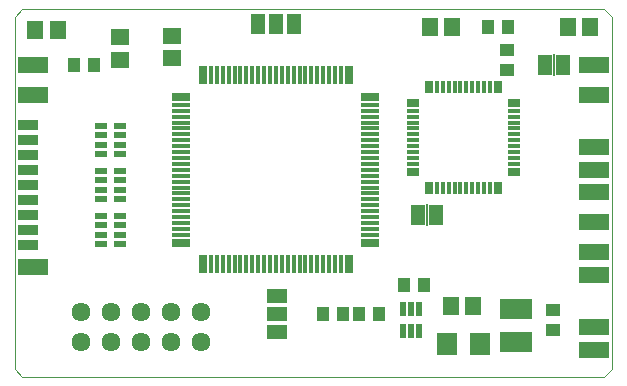
<source format=gts>
G75*
%MOIN*%
%OFA0B0*%
%FSLAX25Y25*%
%IPPOS*%
%LPD*%
%AMOC8*
5,1,8,0,0,1.08239X$1,22.5*
%
%ADD10C,0.00000*%
%ADD11R,0.10400X0.05400*%
%ADD12R,0.05518X0.06306*%
%ADD13R,0.06699X0.07487*%
%ADD14R,0.11030X0.06699*%
%ADD15R,0.06306X0.05518*%
%ADD16R,0.06699X0.03550*%
%ADD17R,0.04337X0.04731*%
%ADD18R,0.05000X0.06700*%
%ADD19R,0.00600X0.07200*%
%ADD20R,0.04731X0.04337*%
%ADD21R,0.03937X0.02362*%
%ADD22R,0.06306X0.02920*%
%ADD23R,0.06306X0.01660*%
%ADD24R,0.02920X0.06306*%
%ADD25R,0.01660X0.06306*%
%ADD26R,0.04337X0.02762*%
%ADD27R,0.04337X0.01581*%
%ADD28R,0.02762X0.04337*%
%ADD29R,0.01581X0.04337*%
%ADD30R,0.01975X0.04534*%
%ADD31C,0.06337*%
%ADD32R,0.06700X0.05000*%
D10*
X0001500Y0004550D02*
X0004000Y0002050D01*
X0198000Y0002050D01*
X0200500Y0004550D01*
X0200500Y0122050D01*
X0198000Y0124550D01*
X0004000Y0124550D01*
X0001500Y0122050D01*
X0001500Y0004550D01*
D11*
X0007600Y0038750D03*
X0007500Y0096050D03*
X0007500Y0106050D03*
X0194500Y0106050D03*
X0194500Y0096050D03*
X0194500Y0078550D03*
X0194500Y0071050D03*
X0194500Y0063550D03*
X0194500Y0053550D03*
X0194500Y0043550D03*
X0194500Y0036050D03*
X0194500Y0018550D03*
X0194500Y0011050D03*
D12*
X0154240Y0025550D03*
X0146760Y0025550D03*
X0015740Y0117550D03*
X0008260Y0117550D03*
X0139760Y0118550D03*
X0147240Y0118550D03*
X0185760Y0118550D03*
X0193240Y0118550D03*
D13*
X0156512Y0013050D03*
X0145488Y0013050D03*
D14*
X0168500Y0013538D03*
X0168500Y0024562D03*
D15*
X0054000Y0108310D03*
X0054000Y0115790D03*
X0036500Y0115290D03*
X0036500Y0107810D03*
D16*
X0006000Y0086050D03*
X0006000Y0081050D03*
X0006000Y0076050D03*
X0006000Y0071050D03*
X0006000Y0066050D03*
X0006000Y0061050D03*
X0006000Y0056050D03*
X0006000Y0051050D03*
X0006000Y0046050D03*
D17*
X0021154Y0106050D03*
X0027846Y0106050D03*
X0131154Y0032550D03*
X0137846Y0032550D03*
X0122846Y0023050D03*
X0116154Y0023050D03*
X0110846Y0023050D03*
X0104154Y0023050D03*
X0159154Y0118550D03*
X0165846Y0118550D03*
D18*
X0178100Y0105950D03*
X0184100Y0105950D03*
X0142000Y0056050D03*
X0136000Y0056050D03*
X0094500Y0119550D03*
X0088500Y0119550D03*
X0082500Y0119550D03*
D19*
X0139000Y0056050D03*
X0181100Y0105950D03*
D20*
X0165500Y0104204D03*
X0165500Y0110896D03*
X0181000Y0024396D03*
X0181000Y0017704D03*
D21*
X0036650Y0046326D03*
X0036650Y0049475D03*
X0036650Y0052625D03*
X0036650Y0055774D03*
X0036650Y0061326D03*
X0036650Y0064475D03*
X0036650Y0067625D03*
X0036650Y0070774D03*
X0036650Y0076326D03*
X0036650Y0079475D03*
X0036650Y0082625D03*
X0036650Y0085774D03*
X0030350Y0085774D03*
X0030350Y0082625D03*
X0030350Y0079475D03*
X0030350Y0076326D03*
X0030350Y0070774D03*
X0030350Y0067625D03*
X0030350Y0064475D03*
X0030350Y0061326D03*
X0030350Y0055774D03*
X0030350Y0052625D03*
X0030350Y0049475D03*
X0030350Y0046326D03*
D22*
X0057004Y0046798D03*
X0119996Y0046798D03*
X0119996Y0095302D03*
X0057004Y0095302D03*
D23*
X0057004Y0092704D03*
X0057004Y0090735D03*
X0057004Y0088767D03*
X0057004Y0086798D03*
X0057004Y0084830D03*
X0057004Y0082861D03*
X0057004Y0080893D03*
X0057004Y0078924D03*
X0057004Y0076956D03*
X0057004Y0074987D03*
X0057004Y0073019D03*
X0057004Y0071050D03*
X0057004Y0069081D03*
X0057004Y0067113D03*
X0057004Y0065144D03*
X0057004Y0063176D03*
X0057004Y0061207D03*
X0057004Y0059239D03*
X0057004Y0057270D03*
X0057004Y0055302D03*
X0057004Y0053333D03*
X0057004Y0051365D03*
X0057004Y0049396D03*
X0119996Y0049396D03*
X0119996Y0051365D03*
X0119996Y0053333D03*
X0119996Y0055302D03*
X0119996Y0057270D03*
X0119996Y0059239D03*
X0119996Y0061207D03*
X0119996Y0063176D03*
X0119996Y0065144D03*
X0119996Y0067113D03*
X0119996Y0069081D03*
X0119996Y0071050D03*
X0119996Y0073019D03*
X0119996Y0074987D03*
X0119996Y0076956D03*
X0119996Y0078924D03*
X0119996Y0080893D03*
X0119996Y0082861D03*
X0119996Y0084830D03*
X0119996Y0086798D03*
X0119996Y0088767D03*
X0119996Y0090735D03*
X0119996Y0092704D03*
D24*
X0112752Y0102546D03*
X0064248Y0102546D03*
X0064248Y0039554D03*
X0112752Y0039554D03*
D25*
X0110154Y0039554D03*
X0108185Y0039554D03*
X0106217Y0039554D03*
X0104248Y0039554D03*
X0102280Y0039554D03*
X0100311Y0039554D03*
X0098343Y0039554D03*
X0096374Y0039554D03*
X0094406Y0039554D03*
X0092437Y0039554D03*
X0090469Y0039554D03*
X0088500Y0039554D03*
X0086531Y0039554D03*
X0084563Y0039554D03*
X0082594Y0039554D03*
X0080626Y0039554D03*
X0078657Y0039554D03*
X0076689Y0039554D03*
X0074720Y0039554D03*
X0072752Y0039554D03*
X0070783Y0039554D03*
X0068815Y0039554D03*
X0066846Y0039554D03*
X0066846Y0102546D03*
X0068815Y0102546D03*
X0070783Y0102546D03*
X0072752Y0102546D03*
X0074720Y0102546D03*
X0076689Y0102546D03*
X0078657Y0102546D03*
X0080626Y0102546D03*
X0082594Y0102546D03*
X0084563Y0102546D03*
X0086531Y0102546D03*
X0088500Y0102546D03*
X0090469Y0102546D03*
X0092437Y0102546D03*
X0094406Y0102546D03*
X0096374Y0102546D03*
X0098343Y0102546D03*
X0100311Y0102546D03*
X0102280Y0102546D03*
X0104248Y0102546D03*
X0106217Y0102546D03*
X0108185Y0102546D03*
X0110154Y0102546D03*
D26*
X0134268Y0093294D03*
X0167732Y0093294D03*
X0167732Y0070459D03*
X0134268Y0070459D03*
D27*
X0134268Y0073019D03*
X0134268Y0074987D03*
X0134268Y0076956D03*
X0134268Y0078924D03*
X0134268Y0080893D03*
X0134268Y0082861D03*
X0134268Y0084830D03*
X0134268Y0086798D03*
X0134268Y0088767D03*
X0134268Y0090735D03*
X0167732Y0090735D03*
X0167732Y0088767D03*
X0167732Y0086798D03*
X0167732Y0084830D03*
X0167732Y0082861D03*
X0167732Y0080893D03*
X0167732Y0078924D03*
X0167732Y0076956D03*
X0167732Y0074987D03*
X0167732Y0073019D03*
D28*
X0162417Y0065144D03*
X0139583Y0065144D03*
X0139583Y0098609D03*
X0162417Y0098609D03*
D29*
X0159858Y0098609D03*
X0157890Y0098609D03*
X0155921Y0098609D03*
X0153953Y0098609D03*
X0151984Y0098609D03*
X0150016Y0098609D03*
X0148047Y0098609D03*
X0146079Y0098609D03*
X0144110Y0098609D03*
X0142142Y0098609D03*
X0142142Y0065144D03*
X0144110Y0065144D03*
X0146079Y0065144D03*
X0148047Y0065144D03*
X0150016Y0065144D03*
X0151984Y0065144D03*
X0153953Y0065144D03*
X0155921Y0065144D03*
X0157890Y0065144D03*
X0159858Y0065144D03*
D30*
X0136059Y0024692D03*
X0133500Y0024692D03*
X0130941Y0024692D03*
X0130941Y0017408D03*
X0133500Y0017408D03*
X0136059Y0017408D03*
D31*
X0063500Y0013550D03*
X0053500Y0013550D03*
X0043500Y0013550D03*
X0033500Y0013550D03*
X0023500Y0013550D03*
X0023500Y0023550D03*
X0033500Y0023550D03*
X0043500Y0023550D03*
X0053500Y0023550D03*
X0063500Y0023550D03*
D32*
X0089000Y0023150D03*
X0089000Y0029150D03*
X0089000Y0017150D03*
M02*

</source>
